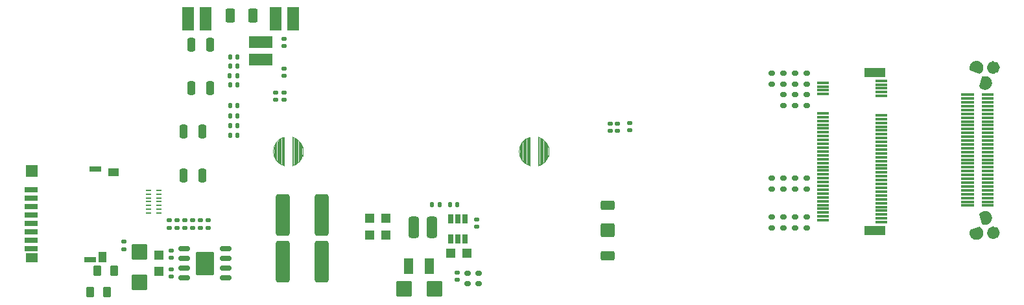
<source format=gbr>
G04 #@! TF.GenerationSoftware,KiCad,Pcbnew,6.0.11+dfsg-1~bpo11+1*
G04 #@! TF.CreationDate,2023-05-25T13:31:40+02:00*
G04 #@! TF.ProjectId,scalenode-cm4-baseboard,7363616c-656e-46f6-9465-2d636d342d62,1.1.1*
G04 #@! TF.SameCoordinates,Original*
G04 #@! TF.FileFunction,Paste,Bot*
G04 #@! TF.FilePolarity,Positive*
%FSLAX46Y46*%
G04 Gerber Fmt 4.6, Leading zero omitted, Abs format (unit mm)*
G04 Created by KiCad (PCBNEW 6.0.11+dfsg-1~bpo11+1) date 2023-05-25 13:31:40*
%MOMM*%
%LPD*%
G01*
G04 APERTURE LIST*
G04 Aperture macros list*
%AMRoundRect*
0 Rectangle with rounded corners*
0 $1 Rounding radius*
0 $2 $3 $4 $5 $6 $7 $8 $9 X,Y pos of 4 corners*
0 Add a 4 corners polygon primitive as box body*
4,1,4,$2,$3,$4,$5,$6,$7,$8,$9,$2,$3,0*
0 Add four circle primitives for the rounded corners*
1,1,$1+$1,$2,$3*
1,1,$1+$1,$4,$5*
1,1,$1+$1,$6,$7*
1,1,$1+$1,$8,$9*
0 Add four rect primitives between the rounded corners*
20,1,$1+$1,$2,$3,$4,$5,0*
20,1,$1+$1,$4,$5,$6,$7,0*
20,1,$1+$1,$6,$7,$8,$9,0*
20,1,$1+$1,$8,$9,$2,$3,0*%
G04 Aperture macros list end*
%ADD10C,0.120000*%
%ADD11C,0.100000*%
%ADD12C,0.010000*%
%ADD13C,0.850000*%
%ADD14RoundRect,0.147500X0.172500X-0.147500X0.172500X0.147500X-0.172500X0.147500X-0.172500X-0.147500X0*%
%ADD15RoundRect,0.120000X-0.280000X0.180000X-0.280000X-0.180000X0.280000X-0.180000X0.280000X0.180000X0*%
%ADD16RoundRect,0.120000X0.280000X-0.180000X0.280000X0.180000X-0.280000X0.180000X-0.280000X-0.180000X0*%
%ADD17R,1.550000X0.300000*%
%ADD18R,2.750000X1.200000*%
%ADD19R,1.200000X1.200000*%
%ADD20RoundRect,0.147500X0.147500X0.172500X-0.147500X0.172500X-0.147500X-0.172500X0.147500X-0.172500X0*%
%ADD21R,0.740000X0.220000*%
%ADD22RoundRect,0.337500X0.337500X1.062500X-0.337500X1.062500X-0.337500X-1.062500X0.337500X-1.062500X0*%
%ADD23R,3.050000X1.520000*%
%ADD24RoundRect,0.147500X-0.172500X0.147500X-0.172500X-0.147500X0.172500X-0.147500X0.172500X0.147500X0*%
%ADD25R,1.750000X0.700000*%
%ADD26R,1.000000X1.400000*%
%ADD27R,1.400000X1.000000*%
%ADD28R,1.500000X0.800000*%
%ADD29R,1.500000X1.500000*%
%ADD30R,1.500000X1.300000*%
%ADD31RoundRect,0.180000X-0.420000X-0.720000X0.420000X-0.720000X0.420000X0.720000X-0.420000X0.720000X0*%
%ADD32R,1.520000X3.050000*%
%ADD33R,0.700000X1.200000*%
%ADD34R,1.630000X0.300000*%
%ADD35R,1.800000X0.300000*%
%ADD36RoundRect,0.180000X-0.720000X0.420000X-0.720000X-0.420000X0.720000X-0.420000X0.720000X0.420000X0*%
%ADD37RoundRect,0.180000X0.720000X-0.420000X0.720000X0.420000X-0.720000X0.420000X-0.720000X-0.420000X0*%
%ADD38RoundRect,0.162500X-0.600000X0.162500X-0.600000X-0.162500X0.600000X-0.162500X0.600000X0.162500X0*%
%ADD39RoundRect,0.114500X-1.030500X-1.435500X1.030500X-1.435500X1.030500X1.435500X-1.030500X1.435500X0*%
%ADD40RoundRect,0.147500X-0.147500X-0.172500X0.147500X-0.172500X0.147500X0.172500X-0.147500X0.172500X0*%
%ADD41R,1.143000X2.032000*%
%ADD42RoundRect,0.200000X0.800000X0.850000X-0.800000X0.850000X-0.800000X-0.850000X0.800000X-0.850000X0*%
%ADD43RoundRect,0.250000X0.650000X2.450000X-0.650000X2.450000X-0.650000X-2.450000X0.650000X-2.450000X0*%
%ADD44RoundRect,0.150000X-0.350000X-0.550000X0.350000X-0.550000X0.350000X0.550000X-0.350000X0.550000X0*%
%ADD45RoundRect,0.250000X0.250000X-0.650000X0.250000X0.650000X-0.250000X0.650000X-0.250000X-0.650000X0*%
%ADD46RoundRect,0.250000X-0.250000X0.650000X-0.250000X-0.650000X0.250000X-0.650000X0.250000X0.650000X0*%
%ADD47RoundRect,0.200000X0.850000X-0.800000X0.850000X0.800000X-0.850000X0.800000X-0.850000X-0.800000X0*%
G04 APERTURE END LIST*
D10*
X141088000Y-75202000D02*
X141088000Y-78557000D01*
X140188000Y-76308000D02*
X140188000Y-77457000D01*
X141289000Y-75104000D02*
X141289000Y-78657000D01*
X143589000Y-78028000D02*
X143589000Y-75718000D01*
X143089000Y-78502000D02*
X143089000Y-75253000D01*
X140488000Y-75729000D02*
X140488000Y-78037000D01*
X143288000Y-78353000D02*
X143288000Y-75408000D01*
X142787000Y-78653000D02*
X142787000Y-75098000D01*
X142689000Y-78702000D02*
X142689000Y-75053000D01*
X143389000Y-78252000D02*
X143389000Y-75503000D01*
X141189000Y-75152000D02*
X141189000Y-78617000D01*
X140688000Y-75503000D02*
X140688000Y-78252000D01*
X143687000Y-77877000D02*
X143687000Y-75853000D01*
X142887000Y-78603000D02*
X142887000Y-75138000D01*
X141387000Y-75053000D02*
X141387000Y-78702000D01*
X140388000Y-75879000D02*
X140388000Y-77902000D01*
X142589000Y-75007000D02*
X142589000Y-78738000D01*
X140988000Y-75253000D02*
X140988000Y-78502000D01*
X143187000Y-78428000D02*
X143187000Y-75327000D01*
X142988000Y-78553000D02*
X142988000Y-75198000D01*
X140589000Y-75604000D02*
X140589000Y-78153000D01*
X141487000Y-78748000D02*
X141487000Y-75017000D01*
X140789000Y-75402000D02*
X140789000Y-78347000D01*
X143488000Y-78153000D02*
X143488000Y-75604000D01*
X143889000Y-77448000D02*
X143889000Y-76299000D01*
X143788000Y-77698000D02*
X143788000Y-76048000D01*
X140289000Y-76058000D02*
X140289000Y-77708000D01*
X140888000Y-75327000D02*
X140888000Y-78428000D01*
D11*
X141481000Y-75004999D02*
G75*
G03*
X141487000Y-78752000I557967J-1872612D01*
G01*
X142595000Y-78752000D02*
G75*
G03*
X142589000Y-75003000I-557907J1873612D01*
G01*
D10*
X110687000Y-78653000D02*
X110687000Y-75098000D01*
X111789000Y-77448000D02*
X111789000Y-76299000D01*
X109089000Y-75152000D02*
X109089000Y-78617000D01*
X111688000Y-77698000D02*
X111688000Y-76048000D01*
X108788000Y-75327000D02*
X108788000Y-78428000D01*
X108189000Y-76058000D02*
X108189000Y-77708000D01*
X108088000Y-76308000D02*
X108088000Y-77457000D01*
X108489000Y-75604000D02*
X108489000Y-78153000D01*
X108988000Y-75202000D02*
X108988000Y-78557000D01*
X111489000Y-78028000D02*
X111489000Y-75718000D01*
X110888000Y-78553000D02*
X110888000Y-75198000D01*
X110989000Y-78502000D02*
X110989000Y-75253000D01*
X111188000Y-78353000D02*
X111188000Y-75408000D01*
X108689000Y-75402000D02*
X108689000Y-78347000D01*
X110787000Y-78603000D02*
X110787000Y-75138000D01*
X109387000Y-78748000D02*
X109387000Y-75017000D01*
X108388000Y-75729000D02*
X108388000Y-78037000D01*
X111587000Y-77877000D02*
X111587000Y-75853000D01*
X110489000Y-75007000D02*
X110489000Y-78738000D01*
X108588000Y-75503000D02*
X108588000Y-78252000D01*
X109189000Y-75104000D02*
X109189000Y-78657000D01*
X109287000Y-75053000D02*
X109287000Y-78702000D01*
X108888000Y-75253000D02*
X108888000Y-78502000D01*
X110589000Y-78702000D02*
X110589000Y-75053000D01*
X111388000Y-78153000D02*
X111388000Y-75604000D01*
X108288000Y-75879000D02*
X108288000Y-77902000D01*
X111087000Y-78428000D02*
X111087000Y-75327000D01*
X111289000Y-78252000D02*
X111289000Y-75503000D01*
D11*
X109381000Y-75004999D02*
G75*
G03*
X109387000Y-78752000I557967J-1872612D01*
G01*
X110495000Y-78752000D02*
G75*
G03*
X110489000Y-75003000I-557907J1873612D01*
G01*
G36*
X200127000Y-86748000D02*
G01*
X200145000Y-86759000D01*
X200163000Y-86771000D01*
X200181000Y-86782000D01*
X200198000Y-86794000D01*
X200249000Y-86833000D01*
X200265000Y-86846000D01*
X200281000Y-86860000D01*
X200297000Y-86875000D01*
X200312000Y-86889000D01*
X200342000Y-86919000D01*
X200384000Y-86967000D01*
X200397000Y-86984000D01*
X200410000Y-87000000D01*
X200423000Y-87018000D01*
X200435000Y-87035000D01*
X200447000Y-87053000D01*
X200458000Y-87070000D01*
X200469000Y-87089000D01*
X200480000Y-87107000D01*
X200490000Y-87126000D01*
X200500000Y-87144000D01*
X200509000Y-87163000D01*
X200518000Y-87183000D01*
X200529000Y-87209000D01*
X200543000Y-87251000D01*
X200555000Y-87294000D01*
X200565000Y-87337000D01*
X200572000Y-87381000D01*
X200577000Y-87425000D01*
X200580000Y-87470000D01*
X200580000Y-87514000D01*
X200578000Y-87559000D01*
X200574000Y-87603000D01*
X200568000Y-87647000D01*
X200559000Y-87691000D01*
X200548000Y-87734000D01*
X200534000Y-87776000D01*
X200519000Y-87818000D01*
X200501000Y-87859000D01*
X200481000Y-87899000D01*
X200459000Y-87937000D01*
X200435000Y-87975000D01*
X200409000Y-88011000D01*
X200382000Y-88046000D01*
X200352000Y-88079000D01*
X200321000Y-88111000D01*
X200288000Y-88141000D01*
X200254000Y-88169000D01*
X200218000Y-88196000D01*
X200181000Y-88220000D01*
X200143000Y-88243000D01*
X200103000Y-88263000D01*
X200063000Y-88282000D01*
X200021000Y-88298000D01*
X199979000Y-88312000D01*
X199936000Y-88324000D01*
X199893000Y-88334000D01*
X199849000Y-88341000D01*
X199805000Y-88346000D01*
X199760000Y-88349000D01*
X199716000Y-88349000D01*
X199671000Y-88347000D01*
X199627000Y-88343000D01*
X199583000Y-88337000D01*
X199539000Y-88328000D01*
X199496000Y-88317000D01*
X199454000Y-88303000D01*
X199412000Y-88288000D01*
X199371000Y-88270000D01*
X199331000Y-88250000D01*
X199293000Y-88228000D01*
X199255000Y-88204000D01*
X199219000Y-88178000D01*
X199184000Y-88151000D01*
X199151000Y-88121000D01*
X199119000Y-88090000D01*
X199089000Y-88057000D01*
X199061000Y-88023000D01*
X199034000Y-87987000D01*
X199010000Y-87950000D01*
X198987000Y-87912000D01*
X198967000Y-87872000D01*
X198948000Y-87832000D01*
X198932000Y-87790000D01*
X198925000Y-87770000D01*
X198918000Y-87749000D01*
X198906000Y-87707000D01*
X198901000Y-87686000D01*
X198897000Y-87664000D01*
X198893000Y-87643000D01*
X198889000Y-87621000D01*
X198886000Y-87600000D01*
X198882000Y-87556000D01*
X198881000Y-87535000D01*
X198881000Y-87513000D01*
X198880000Y-87491000D01*
X198882000Y-87447000D01*
X198884000Y-87426000D01*
X198888000Y-87382000D01*
X198892000Y-87361000D01*
X198895000Y-87339000D01*
X198910000Y-87276000D01*
X198916000Y-87255000D01*
X198930000Y-87213000D01*
X198937000Y-87193000D01*
X198945000Y-87173000D01*
X198953000Y-87155000D01*
X200104000Y-86736000D01*
X200127000Y-86748000D01*
G37*
D12*
X200127000Y-86748000D02*
X200145000Y-86759000D01*
X200163000Y-86771000D01*
X200181000Y-86782000D01*
X200198000Y-86794000D01*
X200249000Y-86833000D01*
X200265000Y-86846000D01*
X200281000Y-86860000D01*
X200297000Y-86875000D01*
X200312000Y-86889000D01*
X200342000Y-86919000D01*
X200384000Y-86967000D01*
X200397000Y-86984000D01*
X200410000Y-87000000D01*
X200423000Y-87018000D01*
X200435000Y-87035000D01*
X200447000Y-87053000D01*
X200458000Y-87070000D01*
X200469000Y-87089000D01*
X200480000Y-87107000D01*
X200490000Y-87126000D01*
X200500000Y-87144000D01*
X200509000Y-87163000D01*
X200518000Y-87183000D01*
X200529000Y-87209000D01*
X200543000Y-87251000D01*
X200555000Y-87294000D01*
X200565000Y-87337000D01*
X200572000Y-87381000D01*
X200577000Y-87425000D01*
X200580000Y-87470000D01*
X200580000Y-87514000D01*
X200578000Y-87559000D01*
X200574000Y-87603000D01*
X200568000Y-87647000D01*
X200559000Y-87691000D01*
X200548000Y-87734000D01*
X200534000Y-87776000D01*
X200519000Y-87818000D01*
X200501000Y-87859000D01*
X200481000Y-87899000D01*
X200459000Y-87937000D01*
X200435000Y-87975000D01*
X200409000Y-88011000D01*
X200382000Y-88046000D01*
X200352000Y-88079000D01*
X200321000Y-88111000D01*
X200288000Y-88141000D01*
X200254000Y-88169000D01*
X200218000Y-88196000D01*
X200181000Y-88220000D01*
X200143000Y-88243000D01*
X200103000Y-88263000D01*
X200063000Y-88282000D01*
X200021000Y-88298000D01*
X199979000Y-88312000D01*
X199936000Y-88324000D01*
X199893000Y-88334000D01*
X199849000Y-88341000D01*
X199805000Y-88346000D01*
X199760000Y-88349000D01*
X199716000Y-88349000D01*
X199671000Y-88347000D01*
X199627000Y-88343000D01*
X199583000Y-88337000D01*
X199539000Y-88328000D01*
X199496000Y-88317000D01*
X199454000Y-88303000D01*
X199412000Y-88288000D01*
X199371000Y-88270000D01*
X199331000Y-88250000D01*
X199293000Y-88228000D01*
X199255000Y-88204000D01*
X199219000Y-88178000D01*
X199184000Y-88151000D01*
X199151000Y-88121000D01*
X199119000Y-88090000D01*
X199089000Y-88057000D01*
X199061000Y-88023000D01*
X199034000Y-87987000D01*
X199010000Y-87950000D01*
X198987000Y-87912000D01*
X198967000Y-87872000D01*
X198948000Y-87832000D01*
X198932000Y-87790000D01*
X198925000Y-87770000D01*
X198918000Y-87749000D01*
X198906000Y-87707000D01*
X198901000Y-87686000D01*
X198897000Y-87664000D01*
X198893000Y-87643000D01*
X198889000Y-87621000D01*
X198886000Y-87600000D01*
X198882000Y-87556000D01*
X198881000Y-87535000D01*
X198881000Y-87513000D01*
X198880000Y-87491000D01*
X198882000Y-87447000D01*
X198884000Y-87426000D01*
X198888000Y-87382000D01*
X198892000Y-87361000D01*
X198895000Y-87339000D01*
X198910000Y-87276000D01*
X198916000Y-87255000D01*
X198930000Y-87213000D01*
X198937000Y-87193000D01*
X198945000Y-87173000D01*
X198953000Y-87155000D01*
X200104000Y-86736000D01*
X200127000Y-86748000D01*
G36*
X199805000Y-65053000D02*
G01*
X199849000Y-65058000D01*
X199893000Y-65065000D01*
X199936000Y-65075000D01*
X199979000Y-65087000D01*
X200021000Y-65101000D01*
X200063000Y-65117000D01*
X200103000Y-65136000D01*
X200143000Y-65156000D01*
X200181000Y-65179000D01*
X200218000Y-65203000D01*
X200254000Y-65230000D01*
X200288000Y-65258000D01*
X200321000Y-65288000D01*
X200352000Y-65320000D01*
X200382000Y-65353000D01*
X200409000Y-65388000D01*
X200435000Y-65424000D01*
X200459000Y-65462000D01*
X200481000Y-65500000D01*
X200501000Y-65540000D01*
X200519000Y-65581000D01*
X200534000Y-65623000D01*
X200548000Y-65665000D01*
X200559000Y-65708000D01*
X200568000Y-65752000D01*
X200574000Y-65796000D01*
X200578000Y-65840000D01*
X200580000Y-65885000D01*
X200580000Y-65929000D01*
X200577000Y-65974000D01*
X200572000Y-66018000D01*
X200565000Y-66062000D01*
X200555000Y-66105000D01*
X200543000Y-66148000D01*
X200522000Y-66211000D01*
X200513000Y-66231000D01*
X200505000Y-66251000D01*
X200495000Y-66270000D01*
X200486000Y-66290000D01*
X200475000Y-66309000D01*
X200465000Y-66328000D01*
X200453000Y-66347000D01*
X200442000Y-66365000D01*
X200429000Y-66383000D01*
X200417000Y-66401000D01*
X200404000Y-66419000D01*
X200390000Y-66436000D01*
X200376000Y-66452000D01*
X200362000Y-66469000D01*
X200347000Y-66485000D01*
X200316000Y-66516000D01*
X200300000Y-66530000D01*
X200284000Y-66545000D01*
X200267000Y-66559000D01*
X200250000Y-66572000D01*
X200233000Y-66586000D01*
X200179000Y-66622000D01*
X200122000Y-66655000D01*
X200104000Y-66663000D01*
X198953000Y-66244000D01*
X198944000Y-66220000D01*
X198937000Y-66200000D01*
X198931000Y-66180000D01*
X198925000Y-66159000D01*
X198919000Y-66139000D01*
X198914000Y-66118000D01*
X198909000Y-66098000D01*
X198901000Y-66056000D01*
X198895000Y-66014000D01*
X198889000Y-65951000D01*
X198888000Y-65930000D01*
X198888000Y-65866000D01*
X198890000Y-65824000D01*
X198892000Y-65803000D01*
X198895000Y-65782000D01*
X198897000Y-65760000D01*
X198901000Y-65740000D01*
X198904000Y-65719000D01*
X198908000Y-65698000D01*
X198913000Y-65677000D01*
X198918000Y-65657000D01*
X198924000Y-65636000D01*
X198932000Y-65609000D01*
X198948000Y-65567000D01*
X198967000Y-65527000D01*
X198987000Y-65487000D01*
X199010000Y-65449000D01*
X199034000Y-65412000D01*
X199061000Y-65376000D01*
X199089000Y-65342000D01*
X199119000Y-65309000D01*
X199151000Y-65278000D01*
X199184000Y-65248000D01*
X199219000Y-65221000D01*
X199255000Y-65195000D01*
X199293000Y-65171000D01*
X199331000Y-65149000D01*
X199371000Y-65129000D01*
X199412000Y-65111000D01*
X199454000Y-65096000D01*
X199496000Y-65082000D01*
X199539000Y-65071000D01*
X199583000Y-65062000D01*
X199627000Y-65056000D01*
X199671000Y-65052000D01*
X199716000Y-65050000D01*
X199760000Y-65050000D01*
X199805000Y-65053000D01*
G37*
X199805000Y-65053000D02*
X199849000Y-65058000D01*
X199893000Y-65065000D01*
X199936000Y-65075000D01*
X199979000Y-65087000D01*
X200021000Y-65101000D01*
X200063000Y-65117000D01*
X200103000Y-65136000D01*
X200143000Y-65156000D01*
X200181000Y-65179000D01*
X200218000Y-65203000D01*
X200254000Y-65230000D01*
X200288000Y-65258000D01*
X200321000Y-65288000D01*
X200352000Y-65320000D01*
X200382000Y-65353000D01*
X200409000Y-65388000D01*
X200435000Y-65424000D01*
X200459000Y-65462000D01*
X200481000Y-65500000D01*
X200501000Y-65540000D01*
X200519000Y-65581000D01*
X200534000Y-65623000D01*
X200548000Y-65665000D01*
X200559000Y-65708000D01*
X200568000Y-65752000D01*
X200574000Y-65796000D01*
X200578000Y-65840000D01*
X200580000Y-65885000D01*
X200580000Y-65929000D01*
X200577000Y-65974000D01*
X200572000Y-66018000D01*
X200565000Y-66062000D01*
X200555000Y-66105000D01*
X200543000Y-66148000D01*
X200522000Y-66211000D01*
X200513000Y-66231000D01*
X200505000Y-66251000D01*
X200495000Y-66270000D01*
X200486000Y-66290000D01*
X200475000Y-66309000D01*
X200465000Y-66328000D01*
X200453000Y-66347000D01*
X200442000Y-66365000D01*
X200429000Y-66383000D01*
X200417000Y-66401000D01*
X200404000Y-66419000D01*
X200390000Y-66436000D01*
X200376000Y-66452000D01*
X200362000Y-66469000D01*
X200347000Y-66485000D01*
X200316000Y-66516000D01*
X200300000Y-66530000D01*
X200284000Y-66545000D01*
X200267000Y-66559000D01*
X200250000Y-66572000D01*
X200233000Y-66586000D01*
X200179000Y-66622000D01*
X200122000Y-66655000D01*
X200104000Y-66663000D01*
X198953000Y-66244000D01*
X198944000Y-66220000D01*
X198937000Y-66200000D01*
X198931000Y-66180000D01*
X198925000Y-66159000D01*
X198919000Y-66139000D01*
X198914000Y-66118000D01*
X198909000Y-66098000D01*
X198901000Y-66056000D01*
X198895000Y-66014000D01*
X198889000Y-65951000D01*
X198888000Y-65930000D01*
X198888000Y-65866000D01*
X198890000Y-65824000D01*
X198892000Y-65803000D01*
X198895000Y-65782000D01*
X198897000Y-65760000D01*
X198901000Y-65740000D01*
X198904000Y-65719000D01*
X198908000Y-65698000D01*
X198913000Y-65677000D01*
X198918000Y-65657000D01*
X198924000Y-65636000D01*
X198932000Y-65609000D01*
X198948000Y-65567000D01*
X198967000Y-65527000D01*
X198987000Y-65487000D01*
X199010000Y-65449000D01*
X199034000Y-65412000D01*
X199061000Y-65376000D01*
X199089000Y-65342000D01*
X199119000Y-65309000D01*
X199151000Y-65278000D01*
X199184000Y-65248000D01*
X199219000Y-65221000D01*
X199255000Y-65195000D01*
X199293000Y-65171000D01*
X199331000Y-65149000D01*
X199371000Y-65129000D01*
X199412000Y-65111000D01*
X199454000Y-65096000D01*
X199496000Y-65082000D01*
X199539000Y-65071000D01*
X199583000Y-65062000D01*
X199627000Y-65056000D01*
X199671000Y-65052000D01*
X199716000Y-65050000D01*
X199760000Y-65050000D01*
X199805000Y-65053000D01*
G36*
X200926000Y-67032000D02*
G01*
X200948000Y-67034000D01*
X200990000Y-67038000D01*
X201032000Y-67044000D01*
X201053000Y-67048000D01*
X201080000Y-67053000D01*
X201123000Y-67066000D01*
X201165000Y-67081000D01*
X201206000Y-67098000D01*
X201246000Y-67117000D01*
X201285000Y-67138000D01*
X201323000Y-67162000D01*
X201360000Y-67187000D01*
X201395000Y-67214000D01*
X201429000Y-67243000D01*
X201462000Y-67273000D01*
X201492000Y-67306000D01*
X201521000Y-67340000D01*
X201548000Y-67375000D01*
X201573000Y-67412000D01*
X201597000Y-67450000D01*
X201618000Y-67489000D01*
X201637000Y-67529000D01*
X201654000Y-67570000D01*
X201669000Y-67612000D01*
X201682000Y-67655000D01*
X201692000Y-67698000D01*
X201700000Y-67742000D01*
X201706000Y-67786000D01*
X201709000Y-67830000D01*
X201710000Y-67875000D01*
X201709000Y-67919000D01*
X201706000Y-67963000D01*
X201700000Y-68007000D01*
X201692000Y-68051000D01*
X201682000Y-68094000D01*
X201669000Y-68137000D01*
X201654000Y-68179000D01*
X201637000Y-68220000D01*
X201618000Y-68260000D01*
X201597000Y-68299000D01*
X201573000Y-68337000D01*
X201548000Y-68374000D01*
X201521000Y-68409000D01*
X201492000Y-68443000D01*
X201462000Y-68476000D01*
X201429000Y-68506000D01*
X201395000Y-68535000D01*
X201360000Y-68562000D01*
X201323000Y-68587000D01*
X201285000Y-68611000D01*
X201246000Y-68632000D01*
X201206000Y-68651000D01*
X201165000Y-68668000D01*
X201123000Y-68683000D01*
X201080000Y-68696000D01*
X201037000Y-68706000D01*
X200993000Y-68714000D01*
X200949000Y-68720000D01*
X200905000Y-68723000D01*
X200860000Y-68724000D01*
X200816000Y-68723000D01*
X200772000Y-68720000D01*
X200728000Y-68714000D01*
X200684000Y-68706000D01*
X200641000Y-68696000D01*
X200620000Y-68690000D01*
X200578000Y-68676000D01*
X200558000Y-68669000D01*
X200537000Y-68661000D01*
X200497000Y-68643000D01*
X200478000Y-68634000D01*
X200458000Y-68623000D01*
X200439000Y-68613000D01*
X200421000Y-68602000D01*
X200402000Y-68590000D01*
X200366000Y-68566000D01*
X200348000Y-68553000D01*
X200331000Y-68540000D01*
X200314000Y-68526000D01*
X200298000Y-68512000D01*
X200250000Y-68467000D01*
X200235000Y-68451000D01*
X200221000Y-68435000D01*
X200193000Y-68401000D01*
X200180000Y-68384000D01*
X200154000Y-68348000D01*
X200142000Y-68330000D01*
X200132000Y-68313000D01*
X200449000Y-67130000D01*
X200473000Y-67119000D01*
X200492000Y-67110000D01*
X200512000Y-67102000D01*
X200531000Y-67094000D01*
X200571000Y-67080000D01*
X200591000Y-67074000D01*
X200612000Y-67068000D01*
X200632000Y-67062000D01*
X200653000Y-67057000D01*
X200673000Y-67052000D01*
X200715000Y-67044000D01*
X200757000Y-67038000D01*
X200820000Y-67032000D01*
X200842000Y-67032000D01*
X200863000Y-67031000D01*
X200905000Y-67031000D01*
X200926000Y-67032000D01*
G37*
X200926000Y-67032000D02*
X200948000Y-67034000D01*
X200990000Y-67038000D01*
X201032000Y-67044000D01*
X201053000Y-67048000D01*
X201080000Y-67053000D01*
X201123000Y-67066000D01*
X201165000Y-67081000D01*
X201206000Y-67098000D01*
X201246000Y-67117000D01*
X201285000Y-67138000D01*
X201323000Y-67162000D01*
X201360000Y-67187000D01*
X201395000Y-67214000D01*
X201429000Y-67243000D01*
X201462000Y-67273000D01*
X201492000Y-67306000D01*
X201521000Y-67340000D01*
X201548000Y-67375000D01*
X201573000Y-67412000D01*
X201597000Y-67450000D01*
X201618000Y-67489000D01*
X201637000Y-67529000D01*
X201654000Y-67570000D01*
X201669000Y-67612000D01*
X201682000Y-67655000D01*
X201692000Y-67698000D01*
X201700000Y-67742000D01*
X201706000Y-67786000D01*
X201709000Y-67830000D01*
X201710000Y-67875000D01*
X201709000Y-67919000D01*
X201706000Y-67963000D01*
X201700000Y-68007000D01*
X201692000Y-68051000D01*
X201682000Y-68094000D01*
X201669000Y-68137000D01*
X201654000Y-68179000D01*
X201637000Y-68220000D01*
X201618000Y-68260000D01*
X201597000Y-68299000D01*
X201573000Y-68337000D01*
X201548000Y-68374000D01*
X201521000Y-68409000D01*
X201492000Y-68443000D01*
X201462000Y-68476000D01*
X201429000Y-68506000D01*
X201395000Y-68535000D01*
X201360000Y-68562000D01*
X201323000Y-68587000D01*
X201285000Y-68611000D01*
X201246000Y-68632000D01*
X201206000Y-68651000D01*
X201165000Y-68668000D01*
X201123000Y-68683000D01*
X201080000Y-68696000D01*
X201037000Y-68706000D01*
X200993000Y-68714000D01*
X200949000Y-68720000D01*
X200905000Y-68723000D01*
X200860000Y-68724000D01*
X200816000Y-68723000D01*
X200772000Y-68720000D01*
X200728000Y-68714000D01*
X200684000Y-68706000D01*
X200641000Y-68696000D01*
X200620000Y-68690000D01*
X200578000Y-68676000D01*
X200558000Y-68669000D01*
X200537000Y-68661000D01*
X200497000Y-68643000D01*
X200478000Y-68634000D01*
X200458000Y-68623000D01*
X200439000Y-68613000D01*
X200421000Y-68602000D01*
X200402000Y-68590000D01*
X200366000Y-68566000D01*
X200348000Y-68553000D01*
X200331000Y-68540000D01*
X200314000Y-68526000D01*
X200298000Y-68512000D01*
X200250000Y-68467000D01*
X200235000Y-68451000D01*
X200221000Y-68435000D01*
X200193000Y-68401000D01*
X200180000Y-68384000D01*
X200154000Y-68348000D01*
X200142000Y-68330000D01*
X200132000Y-68313000D01*
X200449000Y-67130000D01*
X200473000Y-67119000D01*
X200492000Y-67110000D01*
X200512000Y-67102000D01*
X200531000Y-67094000D01*
X200571000Y-67080000D01*
X200591000Y-67074000D01*
X200612000Y-67068000D01*
X200632000Y-67062000D01*
X200653000Y-67057000D01*
X200673000Y-67052000D01*
X200715000Y-67044000D01*
X200757000Y-67038000D01*
X200820000Y-67032000D01*
X200842000Y-67032000D01*
X200863000Y-67031000D01*
X200905000Y-67031000D01*
X200926000Y-67032000D01*
G36*
X200905000Y-84676000D02*
G01*
X200949000Y-84679000D01*
X200993000Y-84685000D01*
X201037000Y-84693000D01*
X201080000Y-84703000D01*
X201123000Y-84716000D01*
X201165000Y-84731000D01*
X201206000Y-84748000D01*
X201246000Y-84767000D01*
X201285000Y-84788000D01*
X201323000Y-84812000D01*
X201360000Y-84837000D01*
X201395000Y-84864000D01*
X201429000Y-84893000D01*
X201462000Y-84923000D01*
X201492000Y-84956000D01*
X201521000Y-84990000D01*
X201548000Y-85025000D01*
X201573000Y-85062000D01*
X201597000Y-85100000D01*
X201618000Y-85139000D01*
X201637000Y-85179000D01*
X201654000Y-85220000D01*
X201669000Y-85262000D01*
X201682000Y-85305000D01*
X201692000Y-85348000D01*
X201700000Y-85392000D01*
X201706000Y-85436000D01*
X201709000Y-85480000D01*
X201710000Y-85524000D01*
X201709000Y-85569000D01*
X201706000Y-85613000D01*
X201700000Y-85657000D01*
X201692000Y-85701000D01*
X201682000Y-85744000D01*
X201669000Y-85787000D01*
X201654000Y-85829000D01*
X201637000Y-85870000D01*
X201618000Y-85910000D01*
X201597000Y-85949000D01*
X201573000Y-85987000D01*
X201548000Y-86024000D01*
X201521000Y-86059000D01*
X201492000Y-86093000D01*
X201462000Y-86126000D01*
X201429000Y-86156000D01*
X201395000Y-86185000D01*
X201360000Y-86212000D01*
X201323000Y-86237000D01*
X201285000Y-86261000D01*
X201246000Y-86282000D01*
X201206000Y-86301000D01*
X201165000Y-86318000D01*
X201123000Y-86333000D01*
X201080000Y-86346000D01*
X201038000Y-86356000D01*
X201017000Y-86360000D01*
X200995000Y-86364000D01*
X200974000Y-86367000D01*
X200952000Y-86370000D01*
X200930000Y-86372000D01*
X200909000Y-86373000D01*
X200865000Y-86375000D01*
X200843000Y-86374000D01*
X200821000Y-86374000D01*
X200800000Y-86372000D01*
X200778000Y-86371000D01*
X200756000Y-86368000D01*
X200735000Y-86365000D01*
X200713000Y-86362000D01*
X200692000Y-86358000D01*
X200670000Y-86353000D01*
X200649000Y-86348000D01*
X200607000Y-86336000D01*
X200587000Y-86329000D01*
X200566000Y-86322000D01*
X200526000Y-86306000D01*
X200486000Y-86288000D01*
X200466000Y-86278000D01*
X200449000Y-86269000D01*
X200132000Y-85086000D01*
X200147000Y-85064000D01*
X200159000Y-85047000D01*
X200185000Y-85013000D01*
X200227000Y-84965000D01*
X200242000Y-84950000D01*
X200256000Y-84935000D01*
X200272000Y-84920000D01*
X200287000Y-84906000D01*
X200319000Y-84878000D01*
X200370000Y-84839000D01*
X200387000Y-84827000D01*
X200405000Y-84815000D01*
X200459000Y-84782000D01*
X200478000Y-84772000D01*
X200496000Y-84762000D01*
X200516000Y-84753000D01*
X200554000Y-84735000D01*
X200574000Y-84727000D01*
X200594000Y-84720000D01*
X200613000Y-84712000D01*
X200641000Y-84703000D01*
X200684000Y-84693000D01*
X200728000Y-84685000D01*
X200772000Y-84679000D01*
X200816000Y-84676000D01*
X200860000Y-84675000D01*
X200905000Y-84676000D01*
G37*
X200905000Y-84676000D02*
X200949000Y-84679000D01*
X200993000Y-84685000D01*
X201037000Y-84693000D01*
X201080000Y-84703000D01*
X201123000Y-84716000D01*
X201165000Y-84731000D01*
X201206000Y-84748000D01*
X201246000Y-84767000D01*
X201285000Y-84788000D01*
X201323000Y-84812000D01*
X201360000Y-84837000D01*
X201395000Y-84864000D01*
X201429000Y-84893000D01*
X201462000Y-84923000D01*
X201492000Y-84956000D01*
X201521000Y-84990000D01*
X201548000Y-85025000D01*
X201573000Y-85062000D01*
X201597000Y-85100000D01*
X201618000Y-85139000D01*
X201637000Y-85179000D01*
X201654000Y-85220000D01*
X201669000Y-85262000D01*
X201682000Y-85305000D01*
X201692000Y-85348000D01*
X201700000Y-85392000D01*
X201706000Y-85436000D01*
X201709000Y-85480000D01*
X201710000Y-85524000D01*
X201709000Y-85569000D01*
X201706000Y-85613000D01*
X201700000Y-85657000D01*
X201692000Y-85701000D01*
X201682000Y-85744000D01*
X201669000Y-85787000D01*
X201654000Y-85829000D01*
X201637000Y-85870000D01*
X201618000Y-85910000D01*
X201597000Y-85949000D01*
X201573000Y-85987000D01*
X201548000Y-86024000D01*
X201521000Y-86059000D01*
X201492000Y-86093000D01*
X201462000Y-86126000D01*
X201429000Y-86156000D01*
X201395000Y-86185000D01*
X201360000Y-86212000D01*
X201323000Y-86237000D01*
X201285000Y-86261000D01*
X201246000Y-86282000D01*
X201206000Y-86301000D01*
X201165000Y-86318000D01*
X201123000Y-86333000D01*
X201080000Y-86346000D01*
X201038000Y-86356000D01*
X201017000Y-86360000D01*
X200995000Y-86364000D01*
X200974000Y-86367000D01*
X200952000Y-86370000D01*
X200930000Y-86372000D01*
X200909000Y-86373000D01*
X200865000Y-86375000D01*
X200843000Y-86374000D01*
X200821000Y-86374000D01*
X200800000Y-86372000D01*
X200778000Y-86371000D01*
X200756000Y-86368000D01*
X200735000Y-86365000D01*
X200713000Y-86362000D01*
X200692000Y-86358000D01*
X200670000Y-86353000D01*
X200649000Y-86348000D01*
X200607000Y-86336000D01*
X200587000Y-86329000D01*
X200566000Y-86322000D01*
X200526000Y-86306000D01*
X200486000Y-86288000D01*
X200466000Y-86278000D01*
X200449000Y-86269000D01*
X200132000Y-85086000D01*
X200147000Y-85064000D01*
X200159000Y-85047000D01*
X200185000Y-85013000D01*
X200227000Y-84965000D01*
X200242000Y-84950000D01*
X200256000Y-84935000D01*
X200272000Y-84920000D01*
X200287000Y-84906000D01*
X200319000Y-84878000D01*
X200370000Y-84839000D01*
X200387000Y-84827000D01*
X200405000Y-84815000D01*
X200459000Y-84782000D01*
X200478000Y-84772000D01*
X200496000Y-84762000D01*
X200516000Y-84753000D01*
X200554000Y-84735000D01*
X200574000Y-84727000D01*
X200594000Y-84720000D01*
X200613000Y-84712000D01*
X200641000Y-84703000D01*
X200684000Y-84693000D01*
X200728000Y-84685000D01*
X200772000Y-84679000D01*
X200816000Y-84676000D01*
X200860000Y-84675000D01*
X200905000Y-84676000D01*
D13*
X202406000Y-65899000D02*
G75*
G03*
X202406000Y-65899000I-426000J0D01*
G01*
X202404000Y-87500000D02*
G75*
G03*
X202404000Y-87500000I-424000J0D01*
G01*
D14*
X99452000Y-86860000D03*
X99452000Y-85890000D03*
X98436000Y-86860000D03*
X98436000Y-85890000D03*
X97420000Y-86860000D03*
X97420000Y-85890000D03*
X96404000Y-86860000D03*
X96404000Y-85890000D03*
X95388000Y-86860000D03*
X95388000Y-85890000D03*
X94372000Y-86860000D03*
X94372000Y-85890000D03*
D15*
X174546000Y-69446000D03*
X174546000Y-70846000D03*
X177594000Y-69446000D03*
X177594000Y-70846000D03*
D16*
X176070000Y-68052000D03*
X176070000Y-66652000D03*
X173022000Y-81768000D03*
X173022000Y-80368000D03*
D15*
X176070000Y-69446000D03*
X176070000Y-70846000D03*
X177594000Y-85448000D03*
X177594000Y-86848000D03*
D16*
X176070000Y-81768000D03*
X176070000Y-80368000D03*
X174546000Y-81768000D03*
X174546000Y-80368000D03*
D17*
X187314000Y-86127000D03*
X179766000Y-85880000D03*
X187314000Y-85630000D03*
X179766000Y-85380000D03*
X187314000Y-85130000D03*
X179766000Y-84878000D03*
X187314000Y-84629000D03*
X179766000Y-84379000D03*
X187314000Y-84129000D03*
X179766000Y-83879000D03*
X187314000Y-83629000D03*
X179766000Y-83379000D03*
X187314000Y-83129000D03*
X179766000Y-82879000D03*
X187314000Y-82629000D03*
X179766000Y-82379000D03*
X187314000Y-82129000D03*
X179766000Y-81879000D03*
X187314000Y-81629000D03*
X179766000Y-81379000D03*
X187314000Y-81129000D03*
X179766000Y-80879000D03*
X187314000Y-80628000D03*
X179766000Y-80378000D03*
X187314000Y-80128000D03*
X179766000Y-79878000D03*
X187314000Y-79628000D03*
X179766000Y-79378000D03*
X187314000Y-79128000D03*
X179766000Y-78878000D03*
X187314000Y-78629000D03*
X179766000Y-78379000D03*
X187314000Y-78129000D03*
X179766000Y-77879000D03*
X187314000Y-77628000D03*
X179766000Y-77378000D03*
X187314000Y-77128000D03*
X179766000Y-76878000D03*
X187314000Y-76629000D03*
X179766000Y-76379000D03*
X187314000Y-76129000D03*
X179766000Y-75879000D03*
X187314000Y-75628000D03*
X179766000Y-75378000D03*
X187314000Y-75128000D03*
X179766000Y-74878000D03*
X187314000Y-74628000D03*
X179766000Y-74378000D03*
X187314000Y-74128000D03*
X179766000Y-73878000D03*
X187314000Y-73628000D03*
X179766000Y-73378000D03*
X187314000Y-73128000D03*
X179766000Y-72878000D03*
X187314000Y-72629000D03*
X179766000Y-72379000D03*
X187314000Y-72129000D03*
X179766000Y-71879000D03*
X187314000Y-69629000D03*
X179766000Y-69379000D03*
X187314000Y-69129000D03*
X179766000Y-68879000D03*
X187314000Y-68630000D03*
X179766000Y-68380000D03*
X187314000Y-68130000D03*
X179766000Y-67880000D03*
X187314000Y-67630000D03*
D18*
X186539000Y-66528000D03*
X186539000Y-87229000D03*
D16*
X177594000Y-81768000D03*
X177594000Y-80368000D03*
D15*
X173022000Y-85448000D03*
X173022000Y-86848000D03*
D16*
X177594000Y-68052000D03*
X177594000Y-66652000D03*
D19*
X122650000Y-85600000D03*
X120550000Y-85600000D03*
D20*
X129685000Y-83800000D03*
X128715000Y-83800000D03*
D21*
X91659000Y-82941000D03*
X93000000Y-81941000D03*
X91659000Y-81941000D03*
X91659000Y-82441000D03*
X93000000Y-82441000D03*
X93000000Y-82941000D03*
X91659000Y-83440000D03*
X93000000Y-83440000D03*
X93000000Y-83940000D03*
X91659000Y-83940000D03*
X91659000Y-84440000D03*
X93000000Y-84440000D03*
X93000000Y-84940000D03*
X91659000Y-84940000D03*
D19*
X131150000Y-90200000D03*
X133250000Y-90200000D03*
D22*
X128676000Y-86750000D03*
X126325000Y-86750000D03*
D23*
X106306000Y-62567000D03*
X106306000Y-64857000D03*
D20*
X131985000Y-83800000D03*
X131015000Y-83800000D03*
D24*
X88425000Y-88671000D03*
X88425000Y-89641000D03*
D16*
X173022000Y-68052000D03*
X173022000Y-66652000D03*
X174546000Y-68052000D03*
X174546000Y-66652000D03*
D15*
X176070000Y-85448000D03*
X176070000Y-86848000D03*
X174546000Y-85448000D03*
X174546000Y-86848000D03*
D19*
X122650000Y-87800000D03*
X120550000Y-87800000D03*
D14*
X152925800Y-74185400D03*
X152925800Y-73217400D03*
X151935200Y-74185400D03*
X151935200Y-73217400D03*
D25*
X76350000Y-81900000D03*
X76350000Y-83000000D03*
X76350000Y-84099000D03*
X76350000Y-85200000D03*
X76350000Y-86300000D03*
X76350000Y-87399000D03*
X76350000Y-88500000D03*
X76350000Y-89600000D03*
D26*
X85654000Y-90699000D03*
D27*
X87135000Y-79600000D03*
D28*
X84084000Y-91000000D03*
D29*
X76475000Y-79449000D03*
D30*
X76475000Y-90800000D03*
D28*
X84734000Y-79150000D03*
D31*
X102318000Y-59130000D03*
X105317000Y-59130000D03*
D24*
X109387000Y-62153000D03*
X109387000Y-63123000D03*
D32*
X110551000Y-59511000D03*
X108261000Y-59511000D03*
D24*
X154482800Y-73149600D03*
X154482800Y-74119600D03*
X108300000Y-69174000D03*
X108300000Y-70144000D03*
D33*
X133002000Y-88286000D03*
X132052000Y-88286000D03*
X131103000Y-88286000D03*
X131103000Y-85685000D03*
X132052000Y-85685000D03*
X133002000Y-85685000D03*
D24*
X109337000Y-69176000D03*
X109337000Y-70146000D03*
X109390000Y-66011000D03*
X109390000Y-66981000D03*
X134500000Y-85766000D03*
X134500000Y-86734000D03*
D34*
X201245000Y-83949000D03*
D35*
X198581000Y-83949000D03*
D34*
X201245000Y-83449000D03*
D35*
X198581000Y-83449000D03*
D34*
X201245000Y-82949000D03*
D35*
X198581000Y-82949000D03*
D34*
X201245000Y-82449000D03*
D35*
X198581000Y-82449000D03*
D34*
X201245000Y-81949000D03*
D35*
X198581000Y-81949000D03*
D34*
X201245000Y-81449000D03*
D35*
X198581000Y-81449000D03*
D34*
X201245000Y-80949000D03*
D35*
X198581000Y-80949000D03*
D34*
X201245000Y-80449000D03*
D35*
X198581000Y-80449000D03*
D34*
X201245000Y-79949000D03*
D35*
X198581000Y-79949000D03*
D34*
X201245000Y-79449000D03*
D35*
X198581000Y-79449000D03*
D34*
X201245000Y-78949000D03*
D35*
X198581000Y-78949000D03*
D34*
X201245000Y-78449000D03*
D35*
X198581000Y-78449000D03*
D34*
X201245000Y-77949000D03*
D35*
X198581000Y-77949000D03*
D34*
X201245000Y-77449000D03*
D35*
X198581000Y-77449000D03*
D34*
X201245000Y-76949000D03*
D35*
X198581000Y-76949000D03*
D34*
X201245000Y-76450000D03*
D35*
X198581000Y-76450000D03*
D34*
X201245000Y-75950000D03*
D35*
X198581000Y-75950000D03*
D34*
X201245000Y-75450000D03*
D35*
X198581000Y-75450000D03*
D34*
X201245000Y-74950000D03*
D35*
X198581000Y-74950000D03*
D34*
X201245000Y-74450000D03*
D35*
X198581000Y-74450000D03*
D34*
X201245000Y-73950000D03*
D35*
X198581000Y-73950000D03*
D34*
X201245000Y-73450000D03*
D35*
X198581000Y-73450000D03*
D34*
X201245000Y-72950000D03*
D35*
X198581000Y-72950000D03*
D34*
X201245000Y-72450000D03*
D35*
X198581000Y-72450000D03*
D34*
X201245000Y-71950000D03*
D35*
X198581000Y-71950000D03*
D34*
X201245000Y-71450000D03*
D35*
X198581000Y-71450000D03*
D34*
X201245000Y-70950000D03*
D35*
X198581000Y-70950000D03*
D34*
X201245000Y-70450000D03*
D35*
X198581000Y-70450000D03*
D34*
X201245000Y-69950000D03*
D35*
X198581000Y-69950000D03*
D34*
X201245000Y-69450000D03*
D35*
X198581000Y-69450000D03*
D36*
X151600000Y-87500000D03*
X151600000Y-90499000D03*
D37*
X151600000Y-86900000D03*
X151600000Y-83901000D03*
D38*
X96336000Y-93411000D03*
X96336000Y-92141000D03*
X96336000Y-90875000D03*
X96336000Y-89604000D03*
X101762000Y-89604000D03*
X101762000Y-90875000D03*
X101762000Y-92141000D03*
X101762000Y-93411000D03*
D39*
X99050000Y-91506000D03*
D16*
X134800000Y-94196000D03*
X134800000Y-92796000D03*
D40*
X102316000Y-74756000D03*
X103284000Y-74756000D03*
X102316000Y-64506000D03*
X103284000Y-64506000D03*
D14*
X132000000Y-93665000D03*
X132000000Y-92697000D03*
D41*
X128350000Y-91896000D03*
X125650000Y-91896000D03*
D40*
X102315000Y-65706000D03*
X103285000Y-65706000D03*
D16*
X133300000Y-94196000D03*
X133300000Y-92796000D03*
D40*
X102315000Y-68206000D03*
X103285000Y-68206000D03*
D32*
X99145000Y-59506000D03*
X96855000Y-59506000D03*
D42*
X125001000Y-94796000D03*
X129000000Y-94796000D03*
D43*
X114316000Y-85212000D03*
X109216000Y-85212000D03*
D44*
X84100000Y-95301000D03*
X86300000Y-95301000D03*
D45*
X99681000Y-68597000D03*
X97230000Y-68597000D03*
X97230000Y-62896000D03*
X99681000Y-62896000D03*
D44*
X85000000Y-92501000D03*
X87200000Y-92501000D03*
D46*
X96244000Y-74285000D03*
X98695000Y-74285000D03*
X98695000Y-79986000D03*
X96244000Y-79986000D03*
D40*
X102315000Y-70906000D03*
X103285000Y-70906000D03*
D47*
X90500000Y-90007000D03*
X90500000Y-94006000D03*
D40*
X102315000Y-73506000D03*
X103285000Y-73506000D03*
D43*
X114316000Y-91312000D03*
X109216000Y-91312000D03*
D40*
X102301000Y-67006000D03*
X103269000Y-67006000D03*
X102316000Y-72206000D03*
X103284000Y-72206000D03*
D14*
X94650000Y-90791000D03*
X94650000Y-89821000D03*
D19*
X93000000Y-92556000D03*
X93000000Y-90456000D03*
D14*
X94650000Y-93241000D03*
X94650000Y-92271000D03*
M02*

</source>
